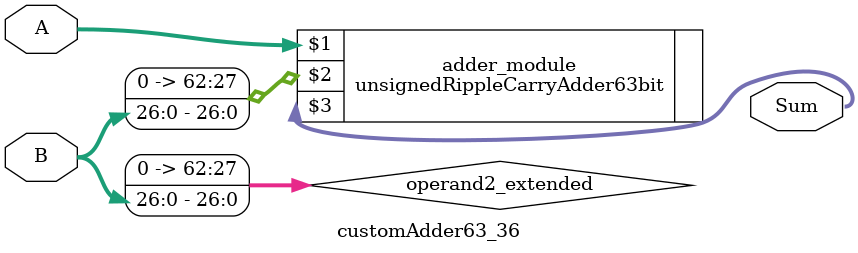
<source format=v>
module customAdder63_36(
                        input [62 : 0] A,
                        input [26 : 0] B,
                        
                        output [63 : 0] Sum
                );

        wire [62 : 0] operand2_extended;
        
        assign operand2_extended =  {36'b0, B};
        
        unsignedRippleCarryAdder63bit adder_module(
            A,
            operand2_extended,
            Sum
        );
        
        endmodule
        
</source>
